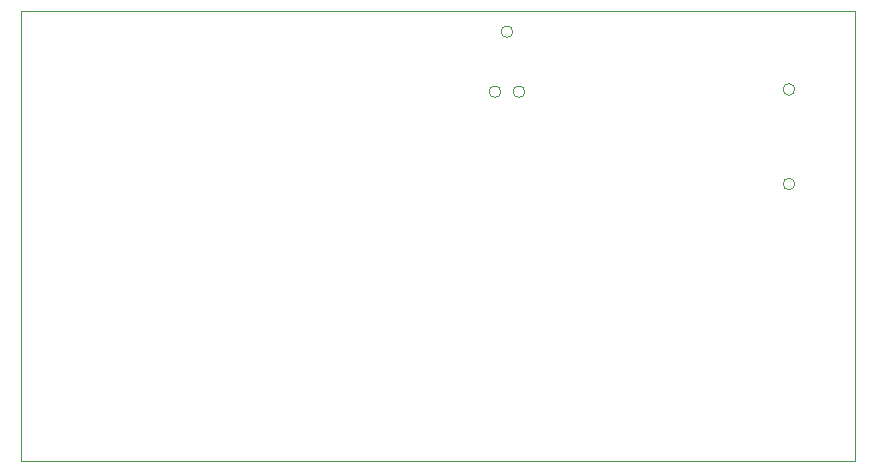
<source format=gm1>
G04*
G04 #@! TF.GenerationSoftware,Altium Limited,Altium Designer,22.9.1 (49)*
G04*
G04 Layer_Color=16711935*
%FSLAX44Y44*%
%MOMM*%
G71*
G04*
G04 #@! TF.SameCoordinates,E336FFB1-1865-4BEF-82AD-0346AAED6B04*
G04*
G04*
G04 #@! TF.FilePolarity,Positive*
G04*
G01*
G75*
%ADD119C,0.0100*%
D119*
X645240Y234320D02*
G03*
X650240Y229320I5000J0D01*
G01*
Y239320D02*
G03*
X645240Y234320I0J-5000D01*
G01*
X655240D02*
G03*
X650240Y239320I-5000J0D01*
G01*
Y229320D02*
G03*
X655240Y234320I0J5000D01*
G01*
X645240Y314320D02*
G03*
X650240Y309320I5000J0D01*
G01*
Y319320D02*
G03*
X645240Y314320I0J-5000D01*
G01*
X655240D02*
G03*
X650240Y319320I-5000J0D01*
G01*
Y309320D02*
G03*
X655240Y314320I0J5000D01*
G01*
X406275Y312420D02*
G03*
X401320Y317375I-4955J0D01*
G01*
Y307465D02*
G03*
X406275Y312420I0J4955D01*
G01*
X396365D02*
G03*
X401320Y307465I4955J0D01*
G01*
Y317375D02*
G03*
X396365Y312420I0J-4955D01*
G01*
X426595D02*
G03*
X421640Y317375I-4955J0D01*
G01*
Y307465D02*
G03*
X426595Y312420I0J4955D01*
G01*
X416685D02*
G03*
X421640Y307465I4955J0D01*
G01*
Y317375D02*
G03*
X416685Y312420I0J-4955D01*
G01*
X416435Y363220D02*
G03*
X411480Y368175I-4955J0D01*
G01*
Y358265D02*
G03*
X416435Y363220I0J4955D01*
G01*
X406525D02*
G03*
X411480Y358265I4955J0D01*
G01*
Y368175D02*
G03*
X406525Y363220I0J-4955D01*
G01*
X0Y0D02*
Y381000D01*
X706120D01*
Y0D02*
Y381000D01*
X0Y0D02*
X706120D01*
M02*

</source>
